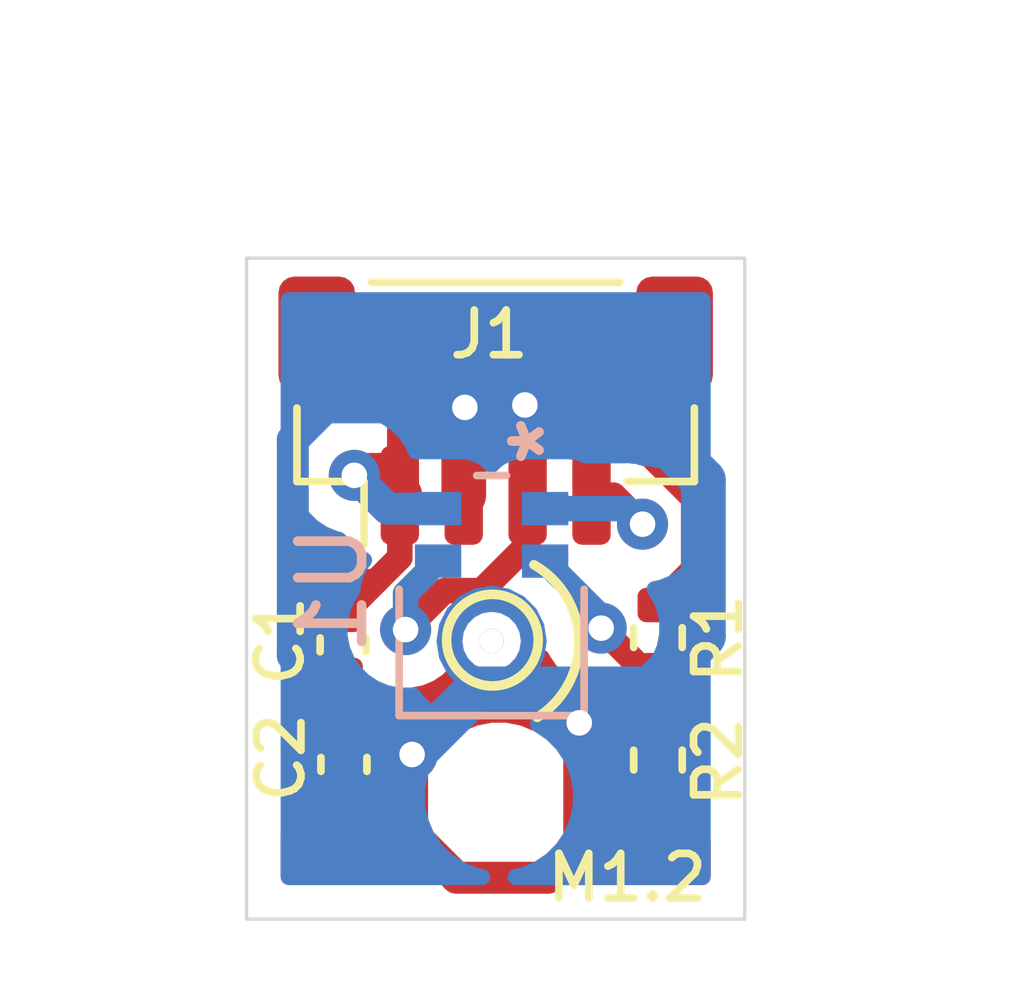
<source format=kicad_pcb>
(kicad_pcb (version 20171130) (host pcbnew "(5.1.12)-1")

  (general
    (thickness 0.6)
    (drawings 7)
    (tracks 65)
    (zones 0)
    (modules 8)
    (nets 6)
  )

  (page A4)
  (title_block
    (company "Parkview Research Labs")
  )

  (layers
    (0 F.Cu signal)
    (31 B.Cu signal)
    (32 B.Adhes user)
    (33 F.Adhes user)
    (34 B.Paste user)
    (35 F.Paste user)
    (36 B.SilkS user)
    (37 F.SilkS user)
    (38 B.Mask user)
    (39 F.Mask user)
    (40 Dwgs.User user)
    (41 Cmts.User user)
    (42 Eco1.User user)
    (43 Eco2.User user)
    (44 Edge.Cuts user)
    (45 Margin user)
    (46 B.CrtYd user)
    (47 F.CrtYd user)
    (48 B.Fab user)
    (49 F.Fab user)
  )

  (setup
    (last_trace_width 0.5)
    (user_trace_width 0.3)
    (user_trace_width 0.4)
    (user_trace_width 0.5)
    (user_trace_width 0.6)
    (user_trace_width 0.7)
    (user_trace_width 1)
    (user_trace_width 2)
    (trace_clearance 0.2)
    (zone_clearance 0.508)
    (zone_45_only no)
    (trace_min 0.2)
    (via_size 0.8)
    (via_drill 0.4)
    (via_min_size 0.45)
    (via_min_drill 0.2)
    (user_via 0.45 0.3)
    (user_via 0.6 0.3)
    (uvia_size 0.3)
    (uvia_drill 0.1)
    (uvias_allowed no)
    (uvia_min_size 0.2)
    (uvia_min_drill 0.1)
    (edge_width 0.05)
    (segment_width 0.2)
    (pcb_text_width 0.3)
    (pcb_text_size 1.5 1.5)
    (mod_edge_width 0.12)
    (mod_text_size 1 1)
    (mod_text_width 0.15)
    (pad_size 1.524 1.524)
    (pad_drill 0.762)
    (pad_to_mask_clearance 0)
    (aux_axis_origin 0 0)
    (visible_elements 7FFFFFFF)
    (pcbplotparams
      (layerselection 0x010fc_ffffffff)
      (usegerberextensions false)
      (usegerberattributes false)
      (usegerberadvancedattributes false)
      (creategerberjobfile false)
      (excludeedgelayer true)
      (linewidth 0.100000)
      (plotframeref false)
      (viasonmask false)
      (mode 1)
      (useauxorigin false)
      (hpglpennumber 1)
      (hpglpenspeed 20)
      (hpglpendiameter 15.000000)
      (psnegative false)
      (psa4output false)
      (plotreference true)
      (plotvalue true)
      (plotinvisibletext false)
      (padsonsilk false)
      (subtractmaskfromsilk false)
      (outputformat 1)
      (mirror false)
      (drillshape 1)
      (scaleselection 1)
      (outputdirectory ""))
  )

  (net 0 "")
  (net 1 "Net-(C1-Pad2)")
  (net 2 GND)
  (net 3 "Net-(R1-Pad2)")
  (net 4 "Net-(J1-Pad4)")
  (net 5 "Net-(J1-Pad3)")

  (net_class Default "This is the default net class."
    (clearance 0.2)
    (trace_width 0.25)
    (via_dia 0.8)
    (via_drill 0.4)
    (uvia_dia 0.3)
    (uvia_drill 0.1)
    (add_net GND)
    (add_net "Net-(C1-Pad2)")
    (add_net "Net-(J1-Pad3)")
    (add_net "Net-(J1-Pad4)")
    (add_net "Net-(R1-Pad2)")
  )

  (module Pauls_KiCAD_Libraries:MountingHole_1.2mm (layer F.Cu) (tedit 62A9DB4C) (tstamp 62A9E05C)
    (at 150.9776 98.552)
    (descr "Mounting Hole 2.1mm, no annular")
    (tags "mounting hole 2.1mm no annular")
    (path /62C8D54D)
    (attr virtual)
    (fp_text reference H1 (at 0.21 -1.61) (layer F.SilkS) hide
      (effects (font (size 1 1) (thickness 0.15)))
    )
    (fp_text value M1.2 (at 0.05 1.65) (layer F.Fab)
      (effects (font (size 1 1) (thickness 0.15)))
    )
    (fp_text user %R (at 0.3 0) (layer F.Fab)
      (effects (font (size 1 1) (thickness 0.15)))
    )
    (fp_circle (center 0 0) (end 0.9 0) (layer F.CrtYd) (width 0.05))
    (fp_circle (center 0 0) (end 0.75 0) (layer Cmts.User) (width 0.15))
    (pad "" np_thru_hole circle (at 0 0) (size 1.3 1.3) (drill 1.3) (layers *.Cu *.Mask))
  )

  (module Pauls_KiCAD_Libraries:Microhone_Graphic_sml (layer F.Cu) (tedit 62A9B0F8) (tstamp 62A9AB98)
    (at 150.876 96.1009)
    (path /62C9E8E4)
    (fp_text reference G1 (at 0.15 3.73) (layer F.SilkS) hide
      (effects (font (size 1 1) (thickness 0.15)))
    )
    (fp_text value Microphone_Graphic (at -0.13 -3.65) (layer F.Fab)
      (effects (font (size 1 1) (thickness 0.15)))
    )
    (fp_arc (start -0.04 0.03) (end 0.7 1.21) (angle -118.2493855) (layer F.SilkS) (width 0.15))
    (fp_circle (center 0 0) (end 0.71 -0.1) (layer F.SilkS) (width 0.15))
  )

  (module Pauls_KiCAD_Libraries:MP23DB01HPTR (layer B.Cu) (tedit 62A952E4) (tstamp 62A9B7C2)
    (at 150.8633 95.4024 90)
    (path /62C88B51)
    (fp_text reference U1 (at 0.09 -2.49 90) (layer B.SilkS)
      (effects (font (size 1 1) (thickness 0.15)) (justify mirror))
    )
    (fp_text value MP23DB01HPTR (at 8.2042 13.1572 90) (layer B.SilkS) hide
      (effects (font (size 1 1) (thickness 0.15)) (justify mirror))
    )
    (fp_circle (center 1.6154 1.060247) (end 1.6154 1.060247) (layer B.Fab) (width 0.1))
    (fp_line (start 1.7526 -1.3208) (end -1.7526 -1.3208) (layer B.CrtYd) (width 0.05))
    (fp_line (start 1.7526 1.3208) (end 1.7526 -1.3208) (layer B.CrtYd) (width 0.05))
    (fp_line (start -1.7526 1.3208) (end 1.7526 1.3208) (layer B.CrtYd) (width 0.05))
    (fp_line (start -1.7526 -1.3208) (end -1.7526 1.3208) (layer B.CrtYd) (width 0.05))
    (fp_line (start 2.0066 -1.5748) (end -2.0066 -1.5748) (layer B.CrtYd) (width 0.05))
    (fp_line (start 2.0066 1.5748) (end 2.0066 -1.5748) (layer B.CrtYd) (width 0.05))
    (fp_line (start -2.0066 1.5748) (end 2.0066 1.5748) (layer B.CrtYd) (width 0.05))
    (fp_line (start -2.0066 -1.5748) (end -2.0066 1.5748) (layer B.CrtYd) (width 0.05))
    (fp_poly (pts (xy 0.097107 0.07084) (xy 0.1002 0) (xy 0.060419 -0.251169) (xy -0.055031 -0.477752)
      (xy -0.234848 -0.657569) (xy -0.461431 -0.773019) (xy -0.7126 -0.8128) (xy -0.963769 -0.773019)
      (xy -1.190352 -0.657569) (xy -1.370169 -0.477752) (xy -1.485619 -0.251169) (xy -1.5254 0)
      (xy -1.522307 0.07084) (xy -1.218667 0.044275) (xy -1.2206 0) (xy -1.195737 -0.156981)
      (xy -1.123581 -0.298595) (xy -1.011195 -0.410981) (xy -0.869581 -0.483137) (xy -0.7126 -0.508)
      (xy -0.555619 -0.483137) (xy -0.414005 -0.410981) (xy -0.301619 -0.298595) (xy -0.229463 -0.156981)
      (xy -0.2046 0) (xy -0.206533 0.044275)) (layer B.Paste) (width 0.1))
    (fp_poly (pts (xy 0.097107 0.07084) (xy 0.1002 0) (xy 0.060419 -0.251169) (xy -0.055031 -0.477752)
      (xy -0.234848 -0.657569) (xy -0.461431 -0.773019) (xy -0.7126 -0.8128) (xy -0.963769 -0.773019)
      (xy -1.190352 -0.657569) (xy -1.370169 -0.477752) (xy -1.485619 -0.251169) (xy -1.5254 0)
      (xy -1.522307 0.07084) (xy -1.218667 0.044275) (xy -1.2206 0) (xy -1.195737 -0.156981)
      (xy -1.123581 -0.298595) (xy -1.011195 -0.410981) (xy -0.869581 -0.483137) (xy -0.7126 -0.508)
      (xy -0.555619 -0.483137) (xy -0.414005 -0.410981) (xy -0.301619 -0.298595) (xy -0.229463 -0.156981)
      (xy -0.2046 0) (xy -0.206533 0.044275)) (layer B.Mask) (width 0.1))
    (fp_poly (pts (xy 0.097107 0.07084) (xy 0.1002 0) (xy 0.060419 -0.251169) (xy -0.055031 -0.477752)
      (xy -0.234848 -0.657569) (xy -0.461431 -0.773019) (xy -0.7126 -0.8128) (xy -0.963769 -0.773019)
      (xy -1.190352 -0.657569) (xy -1.370169 -0.477752) (xy -1.485619 -0.251169) (xy -1.5254 0)
      (xy -1.522307 0.07084) (xy -1.218667 0.044275) (xy -1.2206 0) (xy -1.195737 -0.156981)
      (xy -1.123581 -0.298595) (xy -1.011195 -0.410981) (xy -0.869581 -0.483137) (xy -0.7126 -0.508)
      (xy -0.555619 -0.483137) (xy -0.414005 -0.410981) (xy -0.301619 -0.298595) (xy -0.229463 -0.156981)
      (xy -0.2046 0) (xy -0.206533 0.044275)) (layer B.Cu) (width 0.1))
    (fp_poly (pts (xy 0.097107 -0.07084) (xy 0.1002 0) (xy 0.060419 0.251169) (xy -0.055031 0.477752)
      (xy -0.234848 0.657569) (xy -0.461431 0.773019) (xy -0.7126 0.8128) (xy -0.963769 0.773019)
      (xy -1.190352 0.657569) (xy -1.370169 0.477752) (xy -1.485619 0.251169) (xy -1.5254 0)
      (xy -1.522307 -0.07084) (xy -1.218667 -0.044275) (xy -1.2206 0) (xy -1.195737 0.156981)
      (xy -1.123581 0.298595) (xy -1.011195 0.410981) (xy -0.869581 0.483137) (xy -0.7126 0.508)
      (xy -0.555619 0.483137) (xy -0.414005 0.410981) (xy -0.301619 0.298595) (xy -0.229463 0.156981)
      (xy -0.2046 0) (xy -0.206533 -0.044275)) (layer B.Paste) (width 0.1))
    (fp_poly (pts (xy 0.097107 -0.07084) (xy 0.1002 0) (xy 0.060419 0.251169) (xy -0.055031 0.477752)
      (xy -0.234848 0.657569) (xy -0.461431 0.773019) (xy -0.7126 0.8128) (xy -0.963769 0.773019)
      (xy -1.190352 0.657569) (xy -1.370169 0.477752) (xy -1.485619 0.251169) (xy -1.5254 0)
      (xy -1.522307 -0.07084) (xy -1.218667 -0.044275) (xy -1.2206 0) (xy -1.195737 0.156981)
      (xy -1.123581 0.298595) (xy -1.011195 0.410981) (xy -0.869581 0.483137) (xy -0.7126 0.508)
      (xy -0.555619 0.483137) (xy -0.414005 0.410981) (xy -0.301619 0.298595) (xy -0.229463 0.156981)
      (xy -0.2046 0) (xy -0.206533 -0.044275)) (layer B.Mask) (width 0.1))
    (fp_poly (pts (xy 0.097107 -0.07084) (xy 0.1002 0) (xy 0.060419 0.251169) (xy -0.055031 0.477752)
      (xy -0.234848 0.657569) (xy -0.461431 0.773019) (xy -0.7126 0.8128) (xy -0.963769 0.773019)
      (xy -1.190352 0.657569) (xy -1.370169 0.477752) (xy -1.485619 0.251169) (xy -1.5254 0)
      (xy -1.522307 -0.07084) (xy -1.218667 -0.044275) (xy -1.2206 0) (xy -1.195737 0.156981)
      (xy -1.123581 0.298595) (xy -1.011195 0.410981) (xy -0.869581 0.483137) (xy -0.7126 0.508)
      (xy -0.555619 0.483137) (xy -0.414005 0.410981) (xy -0.301619 0.298595) (xy -0.229463 0.156981)
      (xy -0.2046 0) (xy -0.206533 -0.044275)) (layer B.Cu) (width 0.1))
    (fp_line (start -1.7526 1.3208) (end -1.7526 -1.3208) (layer B.Fab) (width 0.1))
    (fp_line (start 1.7526 1.3208) (end -1.7526 1.3208) (layer B.Fab) (width 0.1))
    (fp_line (start 1.7526 -1.3208) (end 1.7526 1.3208) (layer B.Fab) (width 0.1))
    (fp_line (start -1.7526 -1.3208) (end 1.7526 -1.3208) (layer B.Fab) (width 0.1))
    (fp_line (start -1.8796 1.4478) (end -1.8796 -1.4478) (layer B.SilkS) (width 0.12))
    (fp_line (start 0.097167 1.4478) (end -1.8796 1.4478) (layer B.SilkS) (width 0.12))
    (fp_line (start 1.8796 -0.232645) (end 1.8796 0.232645) (layer B.SilkS) (width 0.12))
    (fp_line (start -1.8796 -1.4478) (end 0.097167 -1.4478) (layer B.SilkS) (width 0.12))
    (fp_line (start 2.0066 -1.5748) (end -2.0066 -1.5748) (layer B.CrtYd) (width 0.05))
    (fp_line (start 2.0066 1.5748) (end 2.0066 -1.5748) (layer B.CrtYd) (width 0.05))
    (fp_line (start -2.0066 1.5748) (end 2.0066 1.5748) (layer B.CrtYd) (width 0.05))
    (fp_line (start -2.0066 -1.5748) (end -2.0066 1.5748) (layer B.CrtYd) (width 0.05))
    (fp_text user * (at 2.42 0.86 90) (layer B.Fab)
      (effects (font (size 1 1) (thickness 0.15)) (justify mirror))
    )
    (fp_text user * (at 2.42 0.86 90) (layer B.SilkS)
      (effects (font (size 1 1) (thickness 0.15)) (justify mirror))
    )
    (pad 6 thru_hole circle (at -0.7126 0 90) (size 0.381 0.381) (drill 0.381) (layers *.Cu *.Mask))
    (pad 5 smd rect (at 1.3614 -0.837747) (size 0.725 0.522) (layers B.Cu B.Paste B.Mask)
      (net 1 "Net-(C1-Pad2)"))
    (pad 4 smd rect (at 0.5394 -0.837747) (size 0.725 0.522) (layers B.Cu B.Paste B.Mask)
      (net 5 "Net-(J1-Pad3)"))
    (pad 3 smd rect (at -1.373 0 90) (size 0.0508 0.0508) (layers B.Cu B.Paste B.Mask)
      (net 2 GND))
    (pad 2 smd rect (at 0.5394 0.837747) (size 0.725 0.522) (layers B.Cu B.Paste B.Mask)
      (net 3 "Net-(R1-Pad2)"))
    (pad 1 smd rect (at 1.3614 0.837747) (size 0.725 0.522) (layers B.Cu B.Paste B.Mask)
      (net 4 "Net-(J1-Pad4)"))
    (model ${PH_KICAD_LIB_3D}/SPH0645LM4H-B.step
      (at (xyz 0 0 0))
      (scale (xyz 1 1 1))
      (rotate (xyz -90 0 -90))
    )
  )

  (module Resistor_SMD:R_0402_1005Metric (layer F.Cu) (tedit 5F68FEEE) (tstamp 62A9ABE5)
    (at 153.4668 97.9785 270)
    (descr "Resistor SMD 0402 (1005 Metric), square (rectangular) end terminal, IPC_7351 nominal, (Body size source: IPC-SM-782 page 72, https://www.pcb-3d.com/wordpress/wp-content/uploads/ipc-sm-782a_amendment_1_and_2.pdf), generated with kicad-footprint-generator")
    (tags resistor)
    (path /62C8E0D3)
    (attr smd)
    (fp_text reference R2 (at 0.0274 -0.9398 90) (layer F.SilkS)
      (effects (font (size 0.7 0.7) (thickness 0.12)))
    )
    (fp_text value 10K* (at 0 1.17 90) (layer F.Fab)
      (effects (font (size 1 1) (thickness 0.15)))
    )
    (fp_line (start -0.525 0.27) (end -0.525 -0.27) (layer F.Fab) (width 0.1))
    (fp_line (start -0.525 -0.27) (end 0.525 -0.27) (layer F.Fab) (width 0.1))
    (fp_line (start 0.525 -0.27) (end 0.525 0.27) (layer F.Fab) (width 0.1))
    (fp_line (start 0.525 0.27) (end -0.525 0.27) (layer F.Fab) (width 0.1))
    (fp_line (start -0.153641 -0.38) (end 0.153641 -0.38) (layer F.SilkS) (width 0.12))
    (fp_line (start -0.153641 0.38) (end 0.153641 0.38) (layer F.SilkS) (width 0.12))
    (fp_line (start -0.93 0.47) (end -0.93 -0.47) (layer F.CrtYd) (width 0.05))
    (fp_line (start -0.93 -0.47) (end 0.93 -0.47) (layer F.CrtYd) (width 0.05))
    (fp_line (start 0.93 -0.47) (end 0.93 0.47) (layer F.CrtYd) (width 0.05))
    (fp_line (start 0.93 0.47) (end -0.93 0.47) (layer F.CrtYd) (width 0.05))
    (fp_text user %R (at 0 0 90) (layer F.Fab)
      (effects (font (size 0.26 0.26) (thickness 0.04)))
    )
    (pad 2 smd roundrect (at 0.51 0 270) (size 0.54 0.64) (layers F.Cu F.Paste F.Mask) (roundrect_rratio 0.25)
      (net 2 GND))
    (pad 1 smd roundrect (at -0.51 0 270) (size 0.54 0.64) (layers F.Cu F.Paste F.Mask) (roundrect_rratio 0.25)
      (net 3 "Net-(R1-Pad2)"))
    (model ${KISYS3DMOD}/Resistor_SMD.3dshapes/R_0402_1005Metric.wrl
      (at (xyz 0 0 0))
      (scale (xyz 1 1 1))
      (rotate (xyz 0 0 0))
    )
  )

  (module Resistor_SMD:R_0402_1005Metric (layer F.Cu) (tedit 5F68FEEE) (tstamp 62A9ABD4)
    (at 153.4668 96.060801 270)
    (descr "Resistor SMD 0402 (1005 Metric), square (rectangular) end terminal, IPC_7351 nominal, (Body size source: IPC-SM-782 page 72, https://www.pcb-3d.com/wordpress/wp-content/uploads/ipc-sm-782a_amendment_1_and_2.pdf), generated with kicad-footprint-generator")
    (tags resistor)
    (path /62C95F77)
    (attr smd)
    (fp_text reference R1 (at 0.014699 -0.9398 90) (layer F.SilkS)
      (effects (font (size 0.7 0.7) (thickness 0.12)))
    )
    (fp_text value 10K* (at 0 1.17 90) (layer F.Fab)
      (effects (font (size 1 1) (thickness 0.15)))
    )
    (fp_line (start -0.525 0.27) (end -0.525 -0.27) (layer F.Fab) (width 0.1))
    (fp_line (start -0.525 -0.27) (end 0.525 -0.27) (layer F.Fab) (width 0.1))
    (fp_line (start 0.525 -0.27) (end 0.525 0.27) (layer F.Fab) (width 0.1))
    (fp_line (start 0.525 0.27) (end -0.525 0.27) (layer F.Fab) (width 0.1))
    (fp_line (start -0.153641 -0.38) (end 0.153641 -0.38) (layer F.SilkS) (width 0.12))
    (fp_line (start -0.153641 0.38) (end 0.153641 0.38) (layer F.SilkS) (width 0.12))
    (fp_line (start -0.93 0.47) (end -0.93 -0.47) (layer F.CrtYd) (width 0.05))
    (fp_line (start -0.93 -0.47) (end 0.93 -0.47) (layer F.CrtYd) (width 0.05))
    (fp_line (start 0.93 -0.47) (end 0.93 0.47) (layer F.CrtYd) (width 0.05))
    (fp_line (start 0.93 0.47) (end -0.93 0.47) (layer F.CrtYd) (width 0.05))
    (fp_text user %R (at 0 0 90) (layer F.Fab)
      (effects (font (size 0.26 0.26) (thickness 0.04)))
    )
    (pad 2 smd roundrect (at 0.51 0 270) (size 0.54 0.64) (layers F.Cu F.Paste F.Mask) (roundrect_rratio 0.25)
      (net 3 "Net-(R1-Pad2)"))
    (pad 1 smd roundrect (at -0.51 0 270) (size 0.54 0.64) (layers F.Cu F.Paste F.Mask) (roundrect_rratio 0.25)
      (net 1 "Net-(C1-Pad2)"))
    (model ${KISYS3DMOD}/Resistor_SMD.3dshapes/R_0402_1005Metric.wrl
      (at (xyz 0 0 0))
      (scale (xyz 1 1 1))
      (rotate (xyz 0 0 0))
    )
  )

  (module Connector_JST:JST_SH_BM04B-SRSS-TB_1x04-1MP_P1.00mm_Vertical (layer F.Cu) (tedit 5B78AD87) (tstamp 62A9ABC3)
    (at 150.9268 92.5068)
    (descr "JST SH series connector, BM04B-SRSS-TB (http://www.jst-mfg.com/product/pdf/eng/eSH.pdf), generated with kicad-footprint-generator")
    (tags "connector JST SH side entry")
    (path /62C9203C)
    (attr smd)
    (fp_text reference J1 (at -0.1016 -1.1938) (layer F.SilkS)
      (effects (font (size 0.7 0.7) (thickness 0.12)))
    )
    (fp_text value "PDM Mic" (at 0 3.3) (layer F.Fab)
      (effects (font (size 1 1) (thickness 0.15)))
    )
    (fp_line (start -3 1) (end 3 1) (layer F.Fab) (width 0.1))
    (fp_line (start -3.11 -0.04) (end -3.11 1.11) (layer F.SilkS) (width 0.12))
    (fp_line (start -3.11 1.11) (end -2.06 1.11) (layer F.SilkS) (width 0.12))
    (fp_line (start -2.06 1.11) (end -2.06 2.1) (layer F.SilkS) (width 0.12))
    (fp_line (start 3.11 -0.04) (end 3.11 1.11) (layer F.SilkS) (width 0.12))
    (fp_line (start 3.11 1.11) (end 2.06 1.11) (layer F.SilkS) (width 0.12))
    (fp_line (start -1.94 -2.01) (end 1.94 -2.01) (layer F.SilkS) (width 0.12))
    (fp_line (start -3 -1.9) (end 3 -1.9) (layer F.Fab) (width 0.1))
    (fp_line (start -3 1) (end -3 -1.9) (layer F.Fab) (width 0.1))
    (fp_line (start 3 1) (end 3 -1.9) (layer F.Fab) (width 0.1))
    (fp_line (start -1.65 -1.55) (end -1.65 -0.95) (layer F.Fab) (width 0.1))
    (fp_line (start -1.65 -0.95) (end -1.35 -0.95) (layer F.Fab) (width 0.1))
    (fp_line (start -1.35 -0.95) (end -1.35 -1.55) (layer F.Fab) (width 0.1))
    (fp_line (start -1.35 -1.55) (end -1.65 -1.55) (layer F.Fab) (width 0.1))
    (fp_line (start -0.65 -1.55) (end -0.65 -0.95) (layer F.Fab) (width 0.1))
    (fp_line (start -0.65 -0.95) (end -0.35 -0.95) (layer F.Fab) (width 0.1))
    (fp_line (start -0.35 -0.95) (end -0.35 -1.55) (layer F.Fab) (width 0.1))
    (fp_line (start -0.35 -1.55) (end -0.65 -1.55) (layer F.Fab) (width 0.1))
    (fp_line (start 0.35 -1.55) (end 0.35 -0.95) (layer F.Fab) (width 0.1))
    (fp_line (start 0.35 -0.95) (end 0.65 -0.95) (layer F.Fab) (width 0.1))
    (fp_line (start 0.65 -0.95) (end 0.65 -1.55) (layer F.Fab) (width 0.1))
    (fp_line (start 0.65 -1.55) (end 0.35 -1.55) (layer F.Fab) (width 0.1))
    (fp_line (start 1.35 -1.55) (end 1.35 -0.95) (layer F.Fab) (width 0.1))
    (fp_line (start 1.35 -0.95) (end 1.65 -0.95) (layer F.Fab) (width 0.1))
    (fp_line (start 1.65 -0.95) (end 1.65 -1.55) (layer F.Fab) (width 0.1))
    (fp_line (start 1.65 -1.55) (end 1.35 -1.55) (layer F.Fab) (width 0.1))
    (fp_line (start -3.9 -2.6) (end -3.9 2.6) (layer F.CrtYd) (width 0.05))
    (fp_line (start -3.9 2.6) (end 3.9 2.6) (layer F.CrtYd) (width 0.05))
    (fp_line (start 3.9 2.6) (end 3.9 -2.6) (layer F.CrtYd) (width 0.05))
    (fp_line (start 3.9 -2.6) (end -3.9 -2.6) (layer F.CrtYd) (width 0.05))
    (fp_line (start -2 1) (end -1.5 0.292893) (layer F.Fab) (width 0.1))
    (fp_line (start -1.5 0.292893) (end -1 1) (layer F.Fab) (width 0.1))
    (fp_text user %R (at 0 -0.25) (layer F.Fab)
      (effects (font (size 1 1) (thickness 0.15)))
    )
    (pad MP smd roundrect (at 2.8 -1.2) (size 1.2 1.8) (layers F.Cu F.Paste F.Mask) (roundrect_rratio 0.208333))
    (pad MP smd roundrect (at -2.8 -1.2) (size 1.2 1.8) (layers F.Cu F.Paste F.Mask) (roundrect_rratio 0.208333))
    (pad 4 smd roundrect (at 1.5 1.325) (size 0.6 1.55) (layers F.Cu F.Paste F.Mask) (roundrect_rratio 0.25)
      (net 4 "Net-(J1-Pad4)"))
    (pad 3 smd roundrect (at 0.5 1.325) (size 0.6 1.55) (layers F.Cu F.Paste F.Mask) (roundrect_rratio 0.25)
      (net 5 "Net-(J1-Pad3)"))
    (pad 2 smd roundrect (at -0.5 1.325) (size 0.6 1.55) (layers F.Cu F.Paste F.Mask) (roundrect_rratio 0.25)
      (net 2 GND))
    (pad 1 smd roundrect (at -1.5 1.325) (size 0.6 1.55) (layers F.Cu F.Paste F.Mask) (roundrect_rratio 0.25)
      (net 1 "Net-(C1-Pad2)"))
    (model ${KISYS3DMOD}/Connector_JST.3dshapes/JST_SH_BM04B-SRSS-TB_1x04-1MP_P1.00mm_Vertical.wrl
      (at (xyz 0 0 0))
      (scale (xyz 1 0.5 1))
      (rotate (xyz 0 0 0))
    )
    (model ${PH_KICAD_LIB_3D}/JST-SH-TB-BM4P.step
      (offset (xyz 1.5 -2 0))
      (scale (xyz 1 1 1))
      (rotate (xyz 0 0 180))
    )
  )

  (module Capacitor_SMD:C_0402_1005Metric (layer F.Cu) (tedit 5F68FEEE) (tstamp 62A9AB90)
    (at 148.5519 98.0466 270)
    (descr "Capacitor SMD 0402 (1005 Metric), square (rectangular) end terminal, IPC_7351 nominal, (Body size source: IPC-SM-782 page 76, https://www.pcb-3d.com/wordpress/wp-content/uploads/ipc-sm-782a_amendment_1_and_2.pdf), generated with kicad-footprint-generator")
    (tags capacitor)
    (path /62C9071C)
    (attr smd)
    (fp_text reference C2 (at -0.1042 0.9906 90) (layer F.SilkS)
      (effects (font (size 0.7 0.7) (thickness 0.12)))
    )
    (fp_text value 1uF/C0G (at 0 1.16 90) (layer F.Fab)
      (effects (font (size 1 1) (thickness 0.15)))
    )
    (fp_line (start -0.5 0.25) (end -0.5 -0.25) (layer F.Fab) (width 0.1))
    (fp_line (start -0.5 -0.25) (end 0.5 -0.25) (layer F.Fab) (width 0.1))
    (fp_line (start 0.5 -0.25) (end 0.5 0.25) (layer F.Fab) (width 0.1))
    (fp_line (start 0.5 0.25) (end -0.5 0.25) (layer F.Fab) (width 0.1))
    (fp_line (start -0.107836 -0.36) (end 0.107836 -0.36) (layer F.SilkS) (width 0.12))
    (fp_line (start -0.107836 0.36) (end 0.107836 0.36) (layer F.SilkS) (width 0.12))
    (fp_line (start -0.91 0.46) (end -0.91 -0.46) (layer F.CrtYd) (width 0.05))
    (fp_line (start -0.91 -0.46) (end 0.91 -0.46) (layer F.CrtYd) (width 0.05))
    (fp_line (start 0.91 -0.46) (end 0.91 0.46) (layer F.CrtYd) (width 0.05))
    (fp_line (start 0.91 0.46) (end -0.91 0.46) (layer F.CrtYd) (width 0.05))
    (fp_text user %R (at 0 0 90) (layer F.Fab)
      (effects (font (size 0.25 0.25) (thickness 0.04)))
    )
    (pad 2 smd roundrect (at 0.48 0 270) (size 0.56 0.62) (layers F.Cu F.Paste F.Mask) (roundrect_rratio 0.25)
      (net 1 "Net-(C1-Pad2)"))
    (pad 1 smd roundrect (at -0.48 0 270) (size 0.56 0.62) (layers F.Cu F.Paste F.Mask) (roundrect_rratio 0.25)
      (net 2 GND))
    (model ${KISYS3DMOD}/Capacitor_SMD.3dshapes/C_0402_1005Metric.wrl
      (at (xyz 0 0 0))
      (scale (xyz 1 1 1))
      (rotate (xyz 0 0 0))
    )
  )

  (module Capacitor_SMD:C_0402_1005Metric (layer F.Cu) (tedit 5F68FEEE) (tstamp 62A9AB7F)
    (at 148.5392 96.1745 90)
    (descr "Capacitor SMD 0402 (1005 Metric), square (rectangular) end terminal, IPC_7351 nominal, (Body size source: IPC-SM-782 page 76, https://www.pcb-3d.com/wordpress/wp-content/uploads/ipc-sm-782a_amendment_1_and_2.pdf), generated with kicad-footprint-generator")
    (tags capacitor)
    (path /62C8C718)
    (attr smd)
    (fp_text reference C1 (at 0.0609 -0.9906 90) (layer F.SilkS)
      (effects (font (size 0.7 0.7) (thickness 0.12)))
    )
    (fp_text value 100nF/C0G (at 0 1.16 90) (layer F.Fab)
      (effects (font (size 1 1) (thickness 0.15)))
    )
    (fp_line (start -0.5 0.25) (end -0.5 -0.25) (layer F.Fab) (width 0.1))
    (fp_line (start -0.5 -0.25) (end 0.5 -0.25) (layer F.Fab) (width 0.1))
    (fp_line (start 0.5 -0.25) (end 0.5 0.25) (layer F.Fab) (width 0.1))
    (fp_line (start 0.5 0.25) (end -0.5 0.25) (layer F.Fab) (width 0.1))
    (fp_line (start -0.107836 -0.36) (end 0.107836 -0.36) (layer F.SilkS) (width 0.12))
    (fp_line (start -0.107836 0.36) (end 0.107836 0.36) (layer F.SilkS) (width 0.12))
    (fp_line (start -0.91 0.46) (end -0.91 -0.46) (layer F.CrtYd) (width 0.05))
    (fp_line (start -0.91 -0.46) (end 0.91 -0.46) (layer F.CrtYd) (width 0.05))
    (fp_line (start 0.91 -0.46) (end 0.91 0.46) (layer F.CrtYd) (width 0.05))
    (fp_line (start 0.91 0.46) (end -0.91 0.46) (layer F.CrtYd) (width 0.05))
    (fp_text user %R (at 0 0 90) (layer F.Fab)
      (effects (font (size 0.25 0.25) (thickness 0.04)))
    )
    (pad 2 smd roundrect (at 0.48 0 90) (size 0.56 0.62) (layers F.Cu F.Paste F.Mask) (roundrect_rratio 0.25)
      (net 1 "Net-(C1-Pad2)"))
    (pad 1 smd roundrect (at -0.48 0 90) (size 0.56 0.62) (layers F.Cu F.Paste F.Mask) (roundrect_rratio 0.25)
      (net 2 GND))
    (model ${KISYS3DMOD}/Capacitor_SMD.3dshapes/C_0402_1005Metric.wrl
      (at (xyz 0 0 0))
      (scale (xyz 1 1 1))
      (rotate (xyz 0 0 0))
    )
  )

  (dimension 10.3505 (width 0.15) (layer Dwgs.User)
    (gr_text "10.351 mm" (at 157.8529 95.29445 270) (layer Dwgs.User)
      (effects (font (size 1 1) (thickness 0.15)))
    )
    (feature1 (pts (xy 154.8257 100.4697) (xy 157.139321 100.4697)))
    (feature2 (pts (xy 154.8257 90.1192) (xy 157.139321 90.1192)))
    (crossbar (pts (xy 156.5529 90.1192) (xy 156.5529 100.4697)))
    (arrow1a (pts (xy 156.5529 100.4697) (xy 155.966479 99.343196)))
    (arrow1b (pts (xy 156.5529 100.4697) (xy 157.139321 99.343196)))
    (arrow2a (pts (xy 156.5529 90.1192) (xy 155.966479 91.245704)))
    (arrow2b (pts (xy 156.5529 90.1192) (xy 157.139321 91.245704)))
  )
  (dimension 7.7978 (width 0.15) (layer Dwgs.User)
    (gr_text "7.798 mm" (at 150.9268 86.7745) (layer Dwgs.User)
      (effects (font (size 1 1) (thickness 0.15)))
    )
    (feature1 (pts (xy 154.8257 90.1192) (xy 154.8257 87.488079)))
    (feature2 (pts (xy 147.0279 90.1192) (xy 147.0279 87.488079)))
    (crossbar (pts (xy 147.0279 88.0745) (xy 154.8257 88.0745)))
    (arrow1a (pts (xy 154.8257 88.0745) (xy 153.699196 88.660921)))
    (arrow1b (pts (xy 154.8257 88.0745) (xy 153.699196 87.488079)))
    (arrow2a (pts (xy 147.0279 88.0745) (xy 148.154404 88.660921)))
    (arrow2b (pts (xy 147.0279 88.0745) (xy 148.154404 87.488079)))
  )
  (gr_line (start 147.0279 100.4697) (end 147.0279 90.1192) (layer Edge.Cuts) (width 0.05) (tstamp 62A9BD52))
  (gr_line (start 154.8257 100.4697) (end 147.0279 100.4697) (layer Edge.Cuts) (width 0.05))
  (gr_line (start 154.8257 90.1192) (end 154.8257 100.4697) (layer Edge.Cuts) (width 0.05))
  (gr_line (start 147.0279 90.1192) (end 154.8257 90.1192) (layer Edge.Cuts) (width 0.05))
  (gr_text M1.2 (at 152.9842 99.822) (layer F.SilkS)
    (effects (font (size 0.7 0.7) (thickness 0.12)))
  )

  (segment (start 149.4268 93.8318) (end 149.4268 94.8069) (width 0.4) (layer F.Cu) (net 1))
  (segment (start 149.4268 94.8069) (end 149.0472 95.1865) (width 0.4) (layer F.Cu) (net 1))
  (segment (start 149.0472 95.1865) (end 148.5392 95.6945) (width 0.4) (layer F.Cu) (net 1))
  (segment (start 149.4268 93.8318) (end 149.4268 92.289396) (width 0.4) (layer F.Cu) (net 1))
  (segment (start 149.4268 92.289396) (end 150.060198 91.655998) (width 0.4) (layer F.Cu) (net 1))
  (segment (start 150.060198 91.655998) (end 151.803832 91.655998) (width 0.4) (layer F.Cu) (net 1))
  (segment (start 151.803832 91.655998) (end 154.025502 93.877668) (width 0.4) (layer F.Cu) (net 1))
  (segment (start 154.025502 93.877668) (end 154.025502 94.992099) (width 0.4) (layer F.Cu) (net 1))
  (segment (start 154.025502 94.992099) (end 153.4668 95.550801) (width 0.4) (layer F.Cu) (net 1))
  (via (at 148.71451 93.52031) (size 0.8) (drill 0.4) (layers F.Cu B.Cu) (net 1))
  (segment (start 150.025553 94.041) (end 149.2352 94.041) (width 0.5) (layer B.Cu) (net 1))
  (segment (start 149.2352 94.041) (end 148.71451 93.52031) (width 0.5) (layer B.Cu) (net 1))
  (segment (start 149.4268 93.8318) (end 149.11531 93.52031) (width 0.7) (layer F.Cu) (net 1))
  (segment (start 149.11531 93.52031) (end 148.71451 93.52031) (width 0.7) (layer F.Cu) (net 1))
  (segment (start 149.0472 95.1865) (end 148.1328 95.1865) (width 0.4) (layer F.Cu) (net 1))
  (segment (start 148.1328 95.1865) (end 147.789189 95.530111) (width 0.4) (layer F.Cu) (net 1))
  (segment (start 147.789189 98.073889) (end 148.2419 98.5266) (width 0.4) (layer F.Cu) (net 1))
  (segment (start 147.789189 95.530111) (end 147.789189 98.073889) (width 0.4) (layer F.Cu) (net 1))
  (segment (start 148.2419 98.5266) (end 148.5519 98.5266) (width 0.4) (layer F.Cu) (net 1))
  (segment (start 148.5392 97.5539) (end 148.5519 97.5666) (width 0.4) (layer F.Cu) (net 2))
  (segment (start 150.4268 92.4734) (end 150.4442 92.456) (width 0.7) (layer F.Cu) (net 2))
  (segment (start 150.4268 93.8318) (end 150.4268 92.4734) (width 0.7) (layer F.Cu) (net 2))
  (via (at 150.4442 92.456) (size 0.8) (drill 0.4) (layers F.Cu B.Cu) (net 2))
  (via (at 149.6187 97.8916) (size 0.8) (drill 0.4) (layers F.Cu B.Cu) (net 2))
  (segment (start 148.6916 96.9645) (end 148.5392 96.9645) (width 0.7) (layer F.Cu) (net 2))
  (segment (start 149.6187 97.8916) (end 148.6916 96.9645) (width 0.7) (layer F.Cu) (net 2))
  (segment (start 148.5392 96.6545) (end 148.5392 96.9645) (width 0.4) (layer F.Cu) (net 2))
  (segment (start 148.5392 96.9645) (end 148.5392 97.5539) (width 0.4) (layer F.Cu) (net 2))
  (segment (start 153.035 92.456) (end 150.4442 92.456) (width 0.7) (layer B.Cu) (net 2))
  (segment (start 154.178 93.599) (end 153.035 92.456) (width 0.7) (layer B.Cu) (net 2))
  (segment (start 154.178 96.0374) (end 154.178 93.599) (width 0.7) (layer B.Cu) (net 2))
  (segment (start 153.3525 96.8629) (end 154.178 96.0374) (width 0.7) (layer B.Cu) (net 2))
  (segment (start 150.6474 96.8629) (end 153.3525 96.8629) (width 0.7) (layer B.Cu) (net 2))
  (segment (start 149.6187 97.8916) (end 150.6474 96.8629) (width 0.7) (layer B.Cu) (net 2))
  (via (at 152.2349 97.3963) (size 0.8) (drill 0.4) (layers F.Cu B.Cu) (net 2) (tstamp 62A9C5F5))
  (via (at 151.384 92.4179) (size 0.8) (drill 0.4) (layers F.Cu B.Cu) (net 2) (tstamp 62A9C5F7))
  (segment (start 151.3459 92.456) (end 151.384 92.4179) (width 0.7) (layer F.Cu) (net 2))
  (segment (start 150.4442 92.456) (end 151.3459 92.456) (width 0.7) (layer F.Cu) (net 2))
  (segment (start 150.4442 92.456) (end 148.2598 92.456) (width 0.5) (layer B.Cu) (net 2))
  (segment (start 148.2598 92.456) (end 147.7518 92.964) (width 0.5) (layer B.Cu) (net 2))
  (segment (start 147.7518 92.964) (end 147.7518 96.3422) (width 0.5) (layer B.Cu) (net 2))
  (segment (start 147.7518 96.3422) (end 148.6662 97.2566) (width 0.5) (layer B.Cu) (net 2))
  (segment (start 149.6187 97.8916) (end 149.6187 99.1235) (width 0.5) (layer F.Cu) (net 2))
  (segment (start 149.6187 99.1235) (end 150.3172 99.822) (width 0.5) (layer F.Cu) (net 2))
  (segment (start 150.3172 99.822) (end 151.7396 99.822) (width 0.5) (layer F.Cu) (net 2))
  (segment (start 152.2349 99.3267) (end 152.2349 97.3963) (width 0.5) (layer F.Cu) (net 2))
  (segment (start 151.7396 99.822) (end 152.2349 99.3267) (width 0.5) (layer F.Cu) (net 2))
  (segment (start 153.4668 96.570801) (end 153.4668 97.4685) (width 0.4) (layer F.Cu) (net 3))
  (via (at 152.5778 95.91289) (size 0.8) (drill 0.4) (layers F.Cu B.Cu) (net 3))
  (segment (start 152.5778 95.739753) (end 152.5778 95.91289) (width 0.4) (layer B.Cu) (net 3))
  (segment (start 153.4668 96.570801) (end 153.235711 96.570801) (width 0.4) (layer F.Cu) (net 3))
  (segment (start 153.235711 96.570801) (end 152.5778 95.91289) (width 0.4) (layer F.Cu) (net 3))
  (segment (start 151.701047 94.863) (end 152.5778 95.739753) (width 0.4) (layer B.Cu) (net 3))
  (via (at 153.2255 94.2848) (size 0.8) (drill 0.4) (layers F.Cu B.Cu) (net 4))
  (segment (start 152.7725 93.8318) (end 153.2255 94.2848) (width 0.4) (layer F.Cu) (net 4))
  (segment (start 152.4268 93.8318) (end 152.7725 93.8318) (width 0.4) (layer F.Cu) (net 4))
  (segment (start 152.9817 94.041) (end 151.701047 94.041) (width 0.4) (layer B.Cu) (net 4))
  (segment (start 153.2255 94.2848) (end 152.9817 94.041) (width 0.4) (layer B.Cu) (net 4))
  (segment (start 151.4268 94.6068) (end 150.7074 95.3262) (width 0.4) (layer F.Cu) (net 5))
  (segment (start 151.4268 93.8318) (end 151.4268 94.6068) (width 0.4) (layer F.Cu) (net 5))
  (via (at 149.5171 95.9358) (size 0.8) (drill 0.4) (layers F.Cu B.Cu) (net 5))
  (segment (start 150.1267 95.3262) (end 149.5171 95.9358) (width 0.4) (layer F.Cu) (net 5))
  (segment (start 150.7074 95.3262) (end 150.1267 95.3262) (width 0.4) (layer F.Cu) (net 5))
  (segment (start 149.5171 95.371453) (end 150.025553 94.863) (width 0.4) (layer B.Cu) (net 5))
  (segment (start 149.5171 95.9358) (end 149.5171 95.371453) (width 0.4) (layer B.Cu) (net 5))

  (zone (net 2) (net_name GND) (layer F.Cu) (tstamp 0) (hatch edge 0.508)
    (connect_pads (clearance 0.508))
    (min_thickness 0.254)
    (fill yes (arc_segments 32) (thermal_gap 0.508) (thermal_bridge_width 0.508))
    (polygon
      (pts
        (xy 155.2067 100.9269) (xy 146.6596 100.9269) (xy 146.6596 89.8017) (xy 155.2067 89.8017)
      )
    )
    (filled_polygon
      (pts
        (xy 151.660595 96.403146) (xy 151.773863 96.572664) (xy 151.918026 96.716827) (xy 152.087544 96.830095) (xy 152.275902 96.908116)
        (xy 152.421024 96.936982) (xy 152.556898 97.072856) (xy 152.523582 97.182681) (xy 152.508728 97.3335) (xy 152.508728 97.6035)
        (xy 152.523582 97.754319) (xy 152.567575 97.899342) (xy 152.582384 97.927049) (xy 152.560359 97.967058) (xy 152.522574 98.086298)
        (xy 152.5118 98.20275) (xy 152.67055 98.3615) (xy 153.130262 98.3615) (xy 153.130981 98.361718) (xy 153.2818 98.376572)
        (xy 153.6138 98.376572) (xy 153.6138 98.6155) (xy 153.5938 98.6155) (xy 153.5938 99.23475) (xy 153.75255 99.3935)
        (xy 153.778919 99.396523) (xy 153.903542 99.385801) (xy 154.023679 99.350973) (xy 154.134714 99.293376) (xy 154.165701 99.26858)
        (xy 154.165701 99.8097) (xy 151.24141 99.8097) (xy 151.352421 99.787619) (xy 151.586276 99.690753) (xy 151.79674 99.550125)
        (xy 151.975725 99.37114) (xy 152.116353 99.160676) (xy 152.213219 98.926821) (xy 152.243566 98.77425) (xy 152.5118 98.77425)
        (xy 152.522574 98.890702) (xy 152.560359 99.009942) (xy 152.620682 99.11952) (xy 152.701222 99.215224) (xy 152.798886 99.293376)
        (xy 152.909921 99.350973) (xy 153.030058 99.385801) (xy 153.154681 99.396523) (xy 153.18105 99.3935) (xy 153.3398 99.23475)
        (xy 153.3398 98.6155) (xy 152.67055 98.6155) (xy 152.5118 98.77425) (xy 152.243566 98.77425) (xy 152.2626 98.678561)
        (xy 152.2626 98.425439) (xy 152.213219 98.177179) (xy 152.116353 97.943324) (xy 151.975725 97.73286) (xy 151.79674 97.553875)
        (xy 151.586276 97.413247) (xy 151.352421 97.316381) (xy 151.104161 97.267) (xy 150.851039 97.267) (xy 150.602779 97.316381)
        (xy 150.368924 97.413247) (xy 150.15846 97.553875) (xy 149.979475 97.73286) (xy 149.838847 97.943324) (xy 149.741981 98.177179)
        (xy 149.6926 98.425439) (xy 149.6926 98.678561) (xy 149.741981 98.926821) (xy 149.838847 99.160676) (xy 149.979475 99.37114)
        (xy 150.15846 99.550125) (xy 150.368924 99.690753) (xy 150.602779 99.787619) (xy 150.71379 99.8097) (xy 147.6879 99.8097)
        (xy 147.6879 99.152136) (xy 147.775754 99.224236) (xy 147.905105 99.293376) (xy 147.920813 99.301772) (xy 147.943768 99.308735)
        (xy 147.949626 99.313543) (xy 148.084145 99.385445) (xy 148.230106 99.429722) (xy 148.3819 99.444672) (xy 148.7219 99.444672)
        (xy 148.873694 99.429722) (xy 149.019655 99.385445) (xy 149.154174 99.313543) (xy 149.27208 99.21678) (xy 149.368843 99.098874)
        (xy 149.440745 98.964355) (xy 149.485022 98.818394) (xy 149.499972 98.6666) (xy 149.499972 98.3866) (xy 149.485022 98.234806)
        (xy 149.445072 98.103109) (xy 149.450277 98.093478) (xy 149.487135 97.973948) (xy 149.4969 97.85235) (xy 149.33815 97.6936)
        (xy 149.068008 97.6936) (xy 149.019655 97.667755) (xy 148.873694 97.623478) (xy 148.7219 97.608528) (xy 148.624189 97.608528)
        (xy 148.624189 97.5695) (xy 148.666202 97.5695) (xy 148.666202 97.4196) (xy 148.67505 97.4196) (xy 148.6789 97.42345)
        (xy 148.6789 97.4396) (xy 148.69505 97.4396) (xy 148.82495 97.5695) (xy 148.846277 97.572565) (xy 148.970813 97.560875)
        (xy 149.090676 97.525114) (xy 149.201259 97.466656) (xy 149.234536 97.4396) (xy 149.33815 97.4396) (xy 149.4969 97.28085)
        (xy 149.487135 97.159252) (xy 149.465767 97.089957) (xy 149.474435 97.061848) (xy 149.481747 96.9708) (xy 149.619039 96.9708)
        (xy 149.818998 96.931026) (xy 150.007356 96.853005) (xy 150.176874 96.739737) (xy 150.248739 96.667872) (xy 150.337075 96.756208)
        (xy 150.472279 96.846548) (xy 150.622511 96.908776) (xy 150.781995 96.9405) (xy 150.944605 96.9405) (xy 151.104089 96.908776)
        (xy 151.254321 96.846548) (xy 151.389525 96.756208) (xy 151.504508 96.641225) (xy 151.594848 96.506021) (xy 151.649028 96.37522)
      )
    )
    (filled_polygon
      (pts
        (xy 148.6862 96.7815) (xy 148.678902 96.7815) (xy 148.678902 96.6516) (xy 148.624189 96.6516) (xy 148.624189 96.612572)
        (xy 148.6862 96.612572)
      )
    )
    (filled_polygon
      (pts
        (xy 150.488728 93.9788) (xy 150.402087 93.9788) (xy 150.416565 93.831799) (xy 150.402087 93.6848) (xy 150.488728 93.6848)
      )
    )
    (filled_polygon
      (pts
        (xy 150.553802 92.580548) (xy 150.553802 92.490998) (xy 150.643352 92.490998)
      )
    )
  )
  (zone (net 2) (net_name GND) (layer B.Cu) (tstamp 0) (hatch edge 0.508)
    (connect_pads (clearance 0.508))
    (min_thickness 0.254)
    (fill yes (arc_segments 32) (thermal_gap 0.508) (thermal_bridge_width 0.508))
    (polygon
      (pts
        (xy 155.575 100.6221) (xy 146.05 100.6221) (xy 146.05 89.9414) (xy 155.575 89.9414)
      )
    )
    (filled_polygon
      (pts
        (xy 147.719284 93.822208) (xy 147.797305 94.010566) (xy 147.910573 94.180084) (xy 148.054736 94.324247) (xy 148.224254 94.437515)
        (xy 148.412612 94.515536) (xy 148.469467 94.526845) (xy 148.578666 94.636044) (xy 148.606383 94.669817) (xy 148.741141 94.780411)
        (xy 148.86683 94.847592) (xy 148.819464 94.905308) (xy 148.792745 94.955296) (xy 148.741928 95.050366) (xy 148.694182 95.207764)
        (xy 148.683015 95.321146) (xy 148.599895 95.445544) (xy 148.521874 95.633902) (xy 148.4821 95.833861) (xy 148.4821 96.037739)
        (xy 148.521874 96.237698) (xy 148.599895 96.426056) (xy 148.713163 96.595574) (xy 148.857326 96.739737) (xy 149.026844 96.853005)
        (xy 149.215202 96.931026) (xy 149.415161 96.9708) (xy 149.619039 96.9708) (xy 149.632993 96.968024) (xy 149.650658 96.990152)
        (xy 149.66742 97.016362) (xy 149.692254 97.042259) (xy 149.714647 97.07031) (xy 149.721363 97.07712) (xy 149.90118 97.256937)
        (xy 149.928913 97.279717) (xy 149.954463 97.304913) (xy 149.980437 97.32204) (xy 150.004486 97.341794) (xy 150.036115 97.358753)
        (xy 150.066073 97.378507) (xy 150.074564 97.382908) (xy 150.267332 97.481129) (xy 150.15846 97.553875) (xy 149.979475 97.73286)
        (xy 149.838847 97.943324) (xy 149.741981 98.177179) (xy 149.6926 98.425439) (xy 149.6926 98.678561) (xy 149.741981 98.926821)
        (xy 149.838847 99.160676) (xy 149.979475 99.37114) (xy 150.15846 99.550125) (xy 150.368924 99.690753) (xy 150.602779 99.787619)
        (xy 150.71379 99.8097) (xy 147.6879 99.8097) (xy 147.6879 93.664429)
      )
    )
    (filled_polygon
      (pts
        (xy 154.165701 99.8097) (xy 151.24141 99.8097) (xy 151.352421 99.787619) (xy 151.586276 99.690753) (xy 151.79674 99.550125)
        (xy 151.975725 99.37114) (xy 152.116353 99.160676) (xy 152.213219 98.926821) (xy 152.2626 98.678561) (xy 152.2626 98.425439)
        (xy 152.213219 98.177179) (xy 152.116353 97.943324) (xy 151.975725 97.73286) (xy 151.79674 97.553875) (xy 151.588966 97.415044)
        (xy 151.652036 97.382908) (xy 151.682264 97.363576) (xy 151.714129 97.347059) (xy 151.738452 97.327642) (xy 151.764662 97.31088)
        (xy 151.790559 97.286046) (xy 151.81861 97.263653) (xy 151.82542 97.256937) (xy 152.005237 97.07712) (xy 152.028017 97.049387)
        (xy 152.053213 97.023837) (xy 152.07034 96.997863) (xy 152.090094 96.973814) (xy 152.107053 96.942185) (xy 152.126807 96.912227)
        (xy 152.131208 96.903736) (xy 152.154581 96.857863) (xy 152.275902 96.908116) (xy 152.475861 96.94789) (xy 152.679739 96.94789)
        (xy 152.879698 96.908116) (xy 153.068056 96.830095) (xy 153.237574 96.716827) (xy 153.381737 96.572664) (xy 153.495005 96.403146)
        (xy 153.573026 96.214788) (xy 153.6128 96.014829) (xy 153.6128 95.810951) (xy 153.573026 95.610992) (xy 153.495005 95.422634)
        (xy 153.414697 95.302444) (xy 153.527398 95.280026) (xy 153.715756 95.202005) (xy 153.885274 95.088737) (xy 154.029437 94.944574)
        (xy 154.142705 94.775056) (xy 154.1657 94.71954)
      )
    )
    (filled_polygon
      (pts
        (xy 154.1657 93.850059) (xy 154.142705 93.794544) (xy 154.029437 93.625026) (xy 153.885274 93.480863) (xy 153.715756 93.367595)
        (xy 153.527398 93.289574) (xy 153.327439 93.2498) (xy 153.24995 93.2498) (xy 153.145389 93.218082) (xy 153.022719 93.206)
        (xy 153.022718 93.206) (xy 152.9817 93.20196) (xy 152.940682 93.206) (xy 152.336729 93.206) (xy 152.307727 93.190498)
        (xy 152.188029 93.154188) (xy 152.063547 93.141928) (xy 151.338547 93.141928) (xy 151.214065 93.154188) (xy 151.094367 93.190498)
        (xy 150.984053 93.249463) (xy 150.887362 93.328815) (xy 150.8633 93.358135) (xy 150.839238 93.328815) (xy 150.742547 93.249463)
        (xy 150.632233 93.190498) (xy 150.512535 93.154188) (xy 150.388053 93.141928) (xy 149.678055 93.141928) (xy 149.631715 93.030054)
        (xy 149.518447 92.860536) (xy 149.374284 92.716373) (xy 149.204766 92.603105) (xy 149.016408 92.525084) (xy 148.816449 92.48531)
        (xy 148.612571 92.48531) (xy 148.412612 92.525084) (xy 148.224254 92.603105) (xy 148.054736 92.716373) (xy 147.910573 92.860536)
        (xy 147.797305 93.030054) (xy 147.719284 93.218412) (xy 147.6879 93.376191) (xy 147.6879 90.7792) (xy 154.1657 90.7792)
      )
    )
  )
)

</source>
